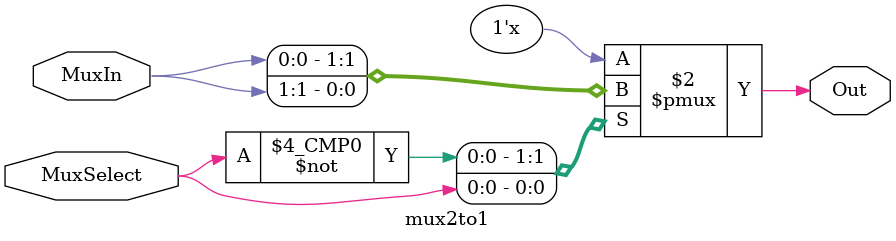
<source format=sv>
module part1(input logic clock, reset, ParallelLoadn, RotateRight, ASRight, input logic [3:0] Data_IN, output logic [3:0] Q);
    logic m1_2, m2_3, m3_f1, m4_5, m5_f2, m6_7, m7_f3, m8_9, m9_f4;
    //Flip Flop 1
    mux2to1 u1(
        .MuxSelect(RotateRight),
        .MuxIn({Q[0], Q[3]}),
        .Out(m1_2)
        );

    mux2to1 u2(
        .MuxSelect(ASRight),
        .MuxIn({m1_2, Q[3]}),
        .Out(m2_3)
        );

    mux2to1 u3(
        .MuxSelect(ParallelLoadn),
        .MuxIn({m2_3, Data_IN[0]}),
        .Out(m3_f1)
        );

    flipflop fu1(
        .Clock(clock),
        .Reset(reset),
        .result(m3_f1),
        .Out(Q[0])
        );

    //Flip Flop 2
    mux2to1 u4(
        .MuxSelect(RotateRight),
        .MuxIn({Q[0], Q[1]}),
        .Out(m4_5)
        );

    mux2to1 u5(
        .MuxSelect(ParallelLoadn),
        .MuxIn({m4_5, Data_IN[1]}),
        .Out(m5_f2)
        );

    flipflop fu2(
        .Clock(clock),
        .Reset(reset),
        .result(m5_f2),
        .Out(Q[1])
        );

    //Flip Flop 3
    mux2to1 u6(
        .MuxSelect(RotateRight),
        .MuxIn({Q[2], Q[1]}),
        .Out(m6_7)
        );

    mux2to1 u7(
        .MuxSelect(ParallelLoadn),
        .MuxIn({m6_7, Data_IN[2]}),
        .Out(m7_f3)
        );

    flipflop fu3(
        .Clock(clock),
        .Reset(reset),
        .result(m7_f3),
        .Out(Q[2])
        );

    //Flip Flop 4
    mux2to1 u8(
        .MuxSelect(RotateRight),
        .MuxIn({Q[2], Q[3]}),
        .Out(m8_9)
        );

    mux2to1 u9(
        .MuxSelect(ParallelLoadn),
        .MuxIn({m8_9, Data_IN[3]}),
        .Out(m9_f4)
        );

    flipflop fu4(
        .Clock(clock),
        .Reset(reset),
        .result(m9_f4),
        .Out(Q[3])
        );

endmodule

module flipflop(input  logic Clock, input  logic Reset, input  logic result, output logic Out);


    always_ff @(posedge Clock) begin
        if (Reset)
            out <= 1'b0;
        else
            out <= result;
    end

endmodule

module mux2to1(input logic MuxSelect, input logic [1:0] MuxIn, output logic Out);
    always_comb
    begin
        case (MuxSelect)
            1'b0: Out = MuxIn[0];
            1'b1: Out = MuxIn[1];
            default : Out = 0;
        endcase
    end

endmodule
</source>
